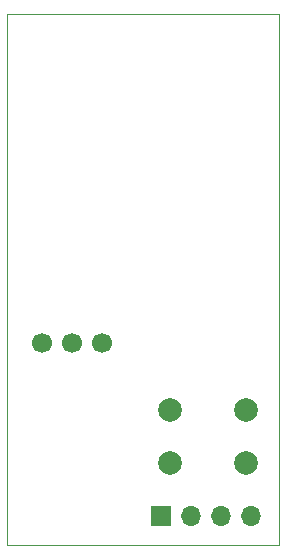
<source format=gbr>
%TF.GenerationSoftware,KiCad,Pcbnew,8.0.6*%
%TF.CreationDate,2024-10-25T11:33:00+01:00*%
%TF.ProjectId,ac-freedom_to-esphome,61632d66-7265-4656-946f-6d5f746f2d65,rev?*%
%TF.SameCoordinates,Original*%
%TF.FileFunction,Soldermask,Bot*%
%TF.FilePolarity,Negative*%
%FSLAX46Y46*%
G04 Gerber Fmt 4.6, Leading zero omitted, Abs format (unit mm)*
G04 Created by KiCad (PCBNEW 8.0.6) date 2024-10-25 11:33:00*
%MOMM*%
%LPD*%
G01*
G04 APERTURE LIST*
%ADD10R,1.700000X1.700000*%
%ADD11O,1.700000X1.700000*%
%ADD12C,1.700000*%
%ADD13C,2.000000*%
%TA.AperFunction,Profile*%
%ADD14C,0.050000*%
%TD*%
G04 APERTURE END LIST*
D10*
%TO.C,J2*%
X13000000Y2500000D03*
D11*
X15540000Y2500000D03*
X18080000Y2500000D03*
X20620000Y2500000D03*
%TD*%
D12*
%TO.C,J1*%
X8011400Y17120000D03*
X5471400Y17120000D03*
X2931400Y17120000D03*
%TD*%
D13*
%TO.C,SW1*%
X13750000Y11450000D03*
X20250000Y11450000D03*
X13750000Y6950000D03*
X20250000Y6950000D03*
%TD*%
D14*
X0Y45000000D02*
X23000000Y45000000D01*
X23000000Y0D01*
X0Y0D01*
X0Y45000000D01*
M02*

</source>
